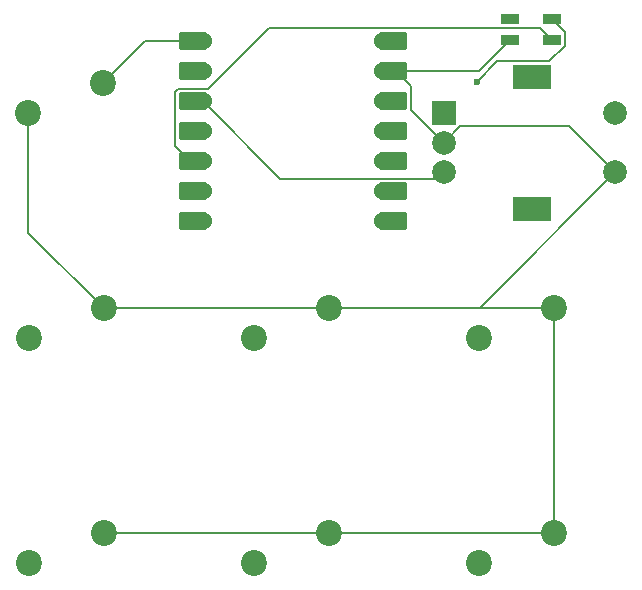
<source format=gtl>
G04 #@! TF.GenerationSoftware,KiCad,Pcbnew,9.0.2*
G04 #@! TF.CreationDate,2025-06-17T21:40:11-05:00*
G04 #@! TF.ProjectId,hackapad_but_kerbal,6861636b-6170-4616-945f-6275745f6b65,rev?*
G04 #@! TF.SameCoordinates,Original*
G04 #@! TF.FileFunction,Copper,L1,Top*
G04 #@! TF.FilePolarity,Positive*
%FSLAX46Y46*%
G04 Gerber Fmt 4.6, Leading zero omitted, Abs format (unit mm)*
G04 Created by KiCad (PCBNEW 9.0.2) date 2025-06-17 21:40:11*
%MOMM*%
%LPD*%
G01*
G04 APERTURE LIST*
G04 Aperture macros list*
%AMRoundRect*
0 Rectangle with rounded corners*
0 $1 Rounding radius*
0 $2 $3 $4 $5 $6 $7 $8 $9 X,Y pos of 4 corners*
0 Add a 4 corners polygon primitive as box body*
4,1,4,$2,$3,$4,$5,$6,$7,$8,$9,$2,$3,0*
0 Add four circle primitives for the rounded corners*
1,1,$1+$1,$2,$3*
1,1,$1+$1,$4,$5*
1,1,$1+$1,$6,$7*
1,1,$1+$1,$8,$9*
0 Add four rect primitives between the rounded corners*
20,1,$1+$1,$2,$3,$4,$5,0*
20,1,$1+$1,$4,$5,$6,$7,0*
20,1,$1+$1,$6,$7,$8,$9,0*
20,1,$1+$1,$8,$9,$2,$3,0*%
G04 Aperture macros list end*
G04 #@! TA.AperFunction,ComponentPad*
%ADD10C,2.200000*%
G04 #@! TD*
G04 #@! TA.AperFunction,ComponentPad*
%ADD11R,2.000000X2.000000*%
G04 #@! TD*
G04 #@! TA.AperFunction,ComponentPad*
%ADD12C,2.000000*%
G04 #@! TD*
G04 #@! TA.AperFunction,ComponentPad*
%ADD13R,3.200000X2.000000*%
G04 #@! TD*
G04 #@! TA.AperFunction,SMDPad,CuDef*
%ADD14RoundRect,0.152400X1.063600X0.609600X-1.063600X0.609600X-1.063600X-0.609600X1.063600X-0.609600X0*%
G04 #@! TD*
G04 #@! TA.AperFunction,ComponentPad*
%ADD15C,1.524000*%
G04 #@! TD*
G04 #@! TA.AperFunction,SMDPad,CuDef*
%ADD16RoundRect,0.152400X-1.063600X-0.609600X1.063600X-0.609600X1.063600X0.609600X-1.063600X0.609600X0*%
G04 #@! TD*
G04 #@! TA.AperFunction,SMDPad,CuDef*
%ADD17R,1.600000X0.850000*%
G04 #@! TD*
G04 #@! TA.AperFunction,ViaPad*
%ADD18C,0.600000*%
G04 #@! TD*
G04 #@! TA.AperFunction,Conductor*
%ADD19C,0.200000*%
G04 #@! TD*
G04 APERTURE END LIST*
D10*
G04 #@! TO.P,SW1,1,1*
G04 #@! TO.N,GND*
X110560000Y-87361250D03*
G04 #@! TO.P,SW1,2,2*
G04 #@! TO.N,Net-(U1-GPIO7{slash}SCL)*
X104210000Y-89901250D03*
G04 #@! TD*
G04 #@! TO.P,SW4,1,1*
G04 #@! TO.N,GND*
X129610000Y-106420000D03*
G04 #@! TO.P,SW4,2,2*
G04 #@! TO.N,Net-(U1-GPIO2{slash}SCK)*
X123260000Y-108960000D03*
G04 #@! TD*
D11*
G04 #@! TO.P,SW7,A,A*
G04 #@! TO.N,Net-(U1-GPIO29{slash}ADC3{slash}A3)*
X139376250Y-70900000D03*
D12*
G04 #@! TO.P,SW7,B,B*
G04 #@! TO.N,Net-(U1-GPIO28{slash}ADC2{slash}A2)*
X139376250Y-75900000D03*
G04 #@! TO.P,SW7,C,C*
G04 #@! TO.N,GND*
X139376250Y-73400000D03*
D13*
G04 #@! TO.P,SW7,MP*
G04 #@! TO.N,N/C*
X146876250Y-67800000D03*
X146876250Y-79000000D03*
D12*
G04 #@! TO.P,SW7,S1,S1*
G04 #@! TO.N,GND*
X153876250Y-75900000D03*
G04 #@! TO.P,SW7,S2,S2*
G04 #@! TO.N,Net-(U1-GPIO27{slash}ADC1{slash}A1)*
X153876250Y-70900000D03*
G04 #@! TD*
D10*
G04 #@! TO.P,SW2,1,1*
G04 #@! TO.N,GND*
X110560000Y-106411250D03*
G04 #@! TO.P,SW2,2,2*
G04 #@! TO.N,Net-(U1-GPIO0{slash}TX)*
X104210000Y-108951250D03*
G04 #@! TD*
G04 #@! TO.P,SW5,1,1*
G04 #@! TO.N,GND*
X148660000Y-87370000D03*
G04 #@! TO.P,SW5,2,2*
G04 #@! TO.N,Net-(U1-GPIO4{slash}MISO)*
X142310000Y-89910000D03*
G04 #@! TD*
G04 #@! TO.P,SW3,1,1*
G04 #@! TO.N,GND*
X129610000Y-87361250D03*
G04 #@! TO.P,SW3,2,2*
G04 #@! TO.N,Net-(U1-GPIO1{slash}RX)*
X123260000Y-89901250D03*
G04 #@! TD*
D14*
G04 #@! TO.P,U1,1,GPIO26/ADC0/A0*
G04 #@! TO.N,Net-(U1-GPIO26{slash}ADC0{slash}A0)*
X118125000Y-64800000D03*
D15*
X118960000Y-64800000D03*
D14*
G04 #@! TO.P,U1,2,GPIO27/ADC1/A1*
G04 #@! TO.N,Net-(U1-GPIO27{slash}ADC1{slash}A1)*
X118125000Y-67340000D03*
D15*
X118960000Y-67340000D03*
D14*
G04 #@! TO.P,U1,3,GPIO28/ADC2/A2*
G04 #@! TO.N,Net-(U1-GPIO28{slash}ADC2{slash}A2)*
X118125000Y-69880000D03*
D15*
X118960000Y-69880000D03*
D14*
G04 #@! TO.P,U1,4,GPIO29/ADC3/A3*
G04 #@! TO.N,Net-(U1-GPIO29{slash}ADC3{slash}A3)*
X118125000Y-72420000D03*
D15*
X118960000Y-72420000D03*
D14*
G04 #@! TO.P,U1,5,GPIO6/SDA*
G04 #@! TO.N,Net-(D1-DIN)*
X118125000Y-74960000D03*
D15*
X118960000Y-74960000D03*
D14*
G04 #@! TO.P,U1,6,GPIO7/SCL*
G04 #@! TO.N,Net-(U1-GPIO7{slash}SCL)*
X118125000Y-77500000D03*
D15*
X118960000Y-77500000D03*
D14*
G04 #@! TO.P,U1,7,GPIO0/TX*
G04 #@! TO.N,Net-(U1-GPIO0{slash}TX)*
X118125000Y-80040000D03*
D15*
X118960000Y-80040000D03*
G04 #@! TO.P,U1,8,GPIO1/RX*
G04 #@! TO.N,Net-(U1-GPIO1{slash}RX)*
X134200000Y-80040000D03*
D16*
X135035000Y-80040000D03*
D15*
G04 #@! TO.P,U1,9,GPIO2/SCK*
G04 #@! TO.N,Net-(U1-GPIO2{slash}SCK)*
X134200000Y-77500000D03*
D16*
X135035000Y-77500000D03*
D15*
G04 #@! TO.P,U1,10,GPIO4/MISO*
G04 #@! TO.N,Net-(U1-GPIO4{slash}MISO)*
X134200000Y-74960000D03*
D16*
X135035000Y-74960000D03*
D15*
G04 #@! TO.P,U1,11,GPIO3/MOSI*
G04 #@! TO.N,Net-(U1-GPIO3{slash}MOSI)*
X134200000Y-72420000D03*
D16*
X135035000Y-72420000D03*
D15*
G04 #@! TO.P,U1,12,3V3*
G04 #@! TO.N,unconnected-(U1-3V3-Pad12)*
X134200000Y-69880000D03*
D16*
X135035000Y-69880000D03*
D15*
G04 #@! TO.P,U1,13,GND*
G04 #@! TO.N,GND*
X134200000Y-67340000D03*
D16*
X135035000Y-67340000D03*
D15*
G04 #@! TO.P,U1,14,VBUS*
G04 #@! TO.N,+5V*
X134200000Y-64800000D03*
D16*
X135035000Y-64800000D03*
G04 #@! TD*
D17*
G04 #@! TO.P,D1,1,DOUT*
G04 #@! TO.N,unconnected-(D1-DOUT-Pad1)*
X145000000Y-62900000D03*
G04 #@! TO.P,D1,2,VSS*
G04 #@! TO.N,GND*
X145000000Y-64650000D03*
G04 #@! TO.P,D1,3,DIN*
G04 #@! TO.N,Net-(D1-DIN)*
X148500000Y-64650000D03*
G04 #@! TO.P,D1,4,VDD*
G04 #@! TO.N,+5V*
X148500000Y-62900000D03*
G04 #@! TD*
D10*
G04 #@! TO.P,SW6,1,1*
G04 #@! TO.N,GND*
X148660000Y-106420000D03*
G04 #@! TO.P,SW6,2,2*
G04 #@! TO.N,Net-(U1-GPIO3{slash}MOSI)*
X142310000Y-108960000D03*
G04 #@! TD*
G04 #@! TO.P,SW8,1,1*
G04 #@! TO.N,Net-(U1-GPIO26{slash}ADC0{slash}A0)*
X110540000Y-68320000D03*
G04 #@! TO.P,SW8,2,2*
G04 #@! TO.N,GND*
X104190000Y-70860000D03*
G04 #@! TD*
D18*
G04 #@! TO.N,+5V*
X142200000Y-68200000D03*
G04 #@! TD*
D19*
G04 #@! TO.N,Net-(D1-DIN)*
X124591310Y-63626000D02*
X119400310Y-68817000D01*
X119400310Y-68817000D02*
X116869374Y-68817000D01*
X116608000Y-69078374D02*
X116608000Y-73685630D01*
X147476000Y-63626000D02*
X124591310Y-63626000D01*
X148500000Y-64650000D02*
X147476000Y-63626000D01*
X116869374Y-68817000D02*
X116608000Y-69078374D01*
X117882370Y-74960000D02*
X118960000Y-74960000D01*
X116608000Y-73685630D02*
X117882370Y-74960000D01*
G04 #@! TO.N,+5V*
X148301000Y-66499000D02*
X143901000Y-66499000D01*
X149601000Y-64001000D02*
X149601000Y-65199000D01*
X149601000Y-65199000D02*
X148301000Y-66499000D01*
X148500000Y-62900000D02*
X149601000Y-64001000D01*
X143901000Y-66499000D02*
X142200000Y-68200000D01*
G04 #@! TO.N,GND*
X148660000Y-106420000D02*
X148660000Y-87370000D01*
X142310000Y-67340000D02*
X134200000Y-67340000D01*
X104190000Y-70860000D02*
X104190000Y-80991250D01*
X110568750Y-106420000D02*
X148660000Y-106420000D01*
X135277630Y-67340000D02*
X134200000Y-67340000D01*
X148651250Y-87361250D02*
X148660000Y-87370000D01*
X110560000Y-87361250D02*
X129610000Y-87361250D01*
X139376250Y-73400000D02*
X136552000Y-70575750D01*
X110560000Y-106411250D02*
X110568750Y-106420000D01*
X136552000Y-68614370D02*
X135277630Y-67340000D01*
X129610000Y-87361250D02*
X142415000Y-87361250D01*
X129610000Y-106420000D02*
X148660000Y-106420000D01*
X149975250Y-71999000D02*
X140777250Y-71999000D01*
X142415000Y-87361250D02*
X153876250Y-75900000D01*
X104190000Y-80991250D02*
X110560000Y-87361250D01*
X129610000Y-87361250D02*
X148651250Y-87361250D01*
X140777250Y-71999000D02*
X139376250Y-73400000D01*
X136552000Y-70575750D02*
X136552000Y-68614370D01*
X145000000Y-64650000D02*
X142310000Y-67340000D01*
X153876250Y-75900000D02*
X149975250Y-71999000D01*
G04 #@! TO.N,Net-(U1-GPIO28{slash}ADC2{slash}A2)*
X138839250Y-76437000D02*
X125517000Y-76437000D01*
X125517000Y-76437000D02*
X118960000Y-69880000D01*
X139376250Y-75900000D02*
X138839250Y-76437000D01*
G04 #@! TO.N,Net-(U1-GPIO26{slash}ADC0{slash}A0)*
X118960000Y-64800000D02*
X114060000Y-64800000D01*
X114060000Y-64800000D02*
X110540000Y-68320000D01*
G04 #@! TD*
M02*

</source>
